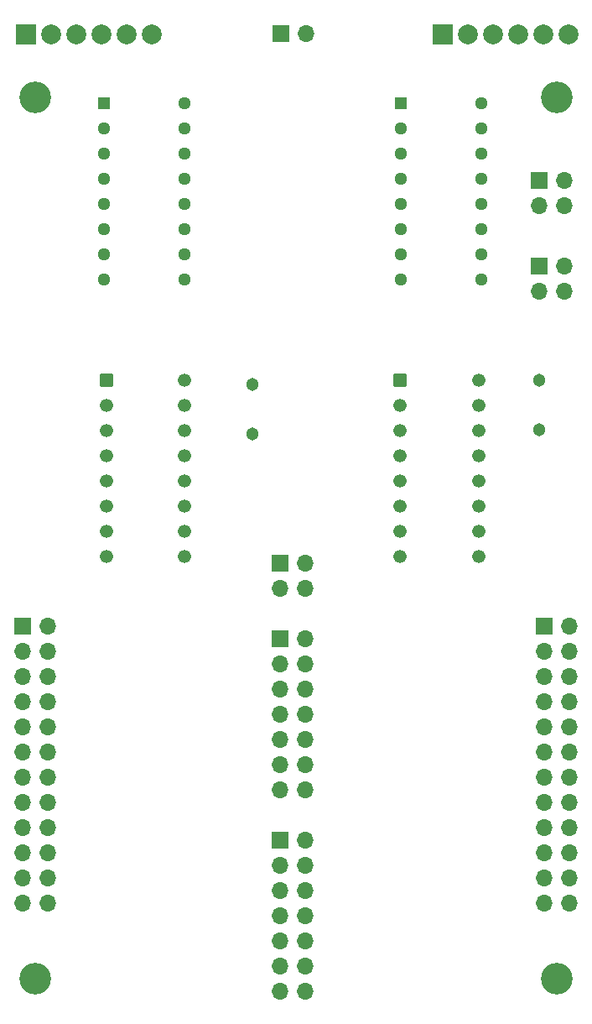
<source format=gbr>
%TF.GenerationSoftware,KiCad,Pcbnew,8.0.6*%
%TF.CreationDate,2024-12-14T14:17:38+01:00*%
%TF.ProjectId,satellite_board_6_keys,73617465-6c6c-4697-9465-5f626f617264,0*%
%TF.SameCoordinates,Original*%
%TF.FileFunction,Soldermask,Bot*%
%TF.FilePolarity,Negative*%
%FSLAX46Y46*%
G04 Gerber Fmt 4.6, Leading zero omitted, Abs format (unit mm)*
G04 Created by KiCad (PCBNEW 8.0.6) date 2024-12-14 14:17:38*
%MOMM*%
%LPD*%
G01*
G04 APERTURE LIST*
G04 Aperture macros list*
%AMRoundRect*
0 Rectangle with rounded corners*
0 $1 Rounding radius*
0 $2 $3 $4 $5 $6 $7 $8 $9 X,Y pos of 4 corners*
0 Add a 4 corners polygon primitive as box body*
4,1,4,$2,$3,$4,$5,$6,$7,$8,$9,$2,$3,0*
0 Add four circle primitives for the rounded corners*
1,1,$1+$1,$2,$3*
1,1,$1+$1,$4,$5*
1,1,$1+$1,$6,$7*
1,1,$1+$1,$8,$9*
0 Add four rect primitives between the rounded corners*
20,1,$1+$1,$2,$3,$4,$5,0*
20,1,$1+$1,$4,$5,$6,$7,0*
20,1,$1+$1,$6,$7,$8,$9,0*
20,1,$1+$1,$8,$9,$2,$3,0*%
G04 Aperture macros list end*
%ADD10R,1.700000X1.700000*%
%ADD11O,1.700000X1.700000*%
%ADD12R,2.000000X2.000000*%
%ADD13C,2.000000*%
%ADD14C,3.200000*%
%ADD15R,1.295400X1.295400*%
%ADD16C,1.295400*%
%ADD17C,1.304000*%
%ADD18RoundRect,0.102000X-0.565000X-0.565000X0.565000X-0.565000X0.565000X0.565000X-0.565000X0.565000X0*%
%ADD19C,1.334000*%
G04 APERTURE END LIST*
D10*
%TO.C,J5*%
X90805000Y-101600000D03*
D11*
X93345000Y-101600000D03*
X90805000Y-104140000D03*
X93345000Y-104140000D03*
X90805000Y-106680000D03*
X93345000Y-106680000D03*
X90805000Y-109220000D03*
X93345000Y-109220000D03*
X90805000Y-111760000D03*
X93345000Y-111760000D03*
X90805000Y-114300000D03*
X93345000Y-114300000D03*
X90805000Y-116840000D03*
X93345000Y-116840000D03*
X90805000Y-119380000D03*
X93345000Y-119380000D03*
X90805000Y-121920000D03*
X93345000Y-121920000D03*
X90805000Y-124460000D03*
X93345000Y-124460000D03*
X90805000Y-127000000D03*
X93345000Y-127000000D03*
X90805000Y-129540000D03*
X93345000Y-129540000D03*
%TD*%
D12*
%TO.C,J2*%
X91150000Y-41915000D03*
D13*
X93690000Y-41915000D03*
X96230000Y-41915000D03*
X98770000Y-41915000D03*
X101310000Y-41915000D03*
X103850000Y-41915000D03*
%TD*%
D10*
%TO.C,JP2*%
X143002000Y-56642000D03*
D11*
X145542000Y-56642000D03*
X143002000Y-59182000D03*
X145542000Y-59182000D03*
%TD*%
D10*
%TO.C,JP4*%
X116840000Y-102870000D03*
D11*
X119380000Y-102870000D03*
X116840000Y-105410000D03*
X119380000Y-105410000D03*
X116840000Y-107950000D03*
X119380000Y-107950000D03*
X116840000Y-110490000D03*
X119380000Y-110490000D03*
X116840000Y-113030000D03*
X119380000Y-113030000D03*
X116840000Y-115570000D03*
X119380000Y-115570000D03*
X116840000Y-118110000D03*
X119380000Y-118110000D03*
%TD*%
D14*
%TO.C,REF\u002A\u002A*%
X144780000Y-48260000D03*
%TD*%
%TO.C,REF\u002A\u002A*%
X92075000Y-137160000D03*
%TD*%
D10*
%TO.C,JP3*%
X116840000Y-95250000D03*
D11*
X119380000Y-95250000D03*
X116840000Y-97790000D03*
X119380000Y-97790000D03*
%TD*%
D10*
%TO.C,JP1*%
X143002000Y-65278000D03*
D11*
X145542000Y-65278000D03*
X143002000Y-67818000D03*
X145542000Y-67818000D03*
%TD*%
D15*
%TO.C,R1*%
X99060000Y-48895000D03*
D16*
X99060000Y-51435000D03*
X99060000Y-53975000D03*
X99060000Y-56515000D03*
X99060000Y-59055000D03*
X99060000Y-61595000D03*
X99060000Y-64135000D03*
X99060000Y-66675000D03*
X107188000Y-66675000D03*
X107188000Y-64135000D03*
X107188000Y-61595000D03*
X107188000Y-59055000D03*
X107188000Y-56515000D03*
X107188000Y-53975000D03*
X107188000Y-51435000D03*
X107188000Y-48895000D03*
%TD*%
D17*
%TO.C,C1*%
X143002000Y-76835000D03*
X143002000Y-81835000D03*
%TD*%
D12*
%TO.C,J3*%
X133195000Y-41910000D03*
D13*
X135735000Y-41910000D03*
X138275000Y-41910000D03*
X140815000Y-41910000D03*
X143355000Y-41910000D03*
X145895000Y-41910000D03*
%TD*%
D15*
%TO.C,R2*%
X129032000Y-48895000D03*
D16*
X129032000Y-51435000D03*
X129032000Y-53975000D03*
X129032000Y-56515000D03*
X129032000Y-59055000D03*
X129032000Y-61595000D03*
X129032000Y-64135000D03*
X129032000Y-66675000D03*
X137160000Y-66675000D03*
X137160000Y-64135000D03*
X137160000Y-61595000D03*
X137160000Y-59055000D03*
X137160000Y-56515000D03*
X137160000Y-53975000D03*
X137160000Y-51435000D03*
X137160000Y-48895000D03*
%TD*%
D14*
%TO.C,REF\u002A\u002A*%
X92075000Y-48260000D03*
%TD*%
D10*
%TO.C,J1*%
X116885000Y-41840000D03*
D11*
X119425000Y-41840000D03*
%TD*%
D17*
%TO.C,C2*%
X114046000Y-77256000D03*
X114046000Y-82256000D03*
%TD*%
D18*
%TO.C,U1*%
X99248000Y-76835000D03*
D19*
X99248000Y-79375000D03*
X99248000Y-81915000D03*
X99248000Y-84455000D03*
X99248000Y-86995000D03*
X99248000Y-89535000D03*
X99248000Y-92075000D03*
X99248000Y-94615000D03*
X107188000Y-94615000D03*
X107188000Y-92075000D03*
X107188000Y-89535000D03*
X107188000Y-86995000D03*
X107188000Y-84455000D03*
X107188000Y-81915000D03*
X107188000Y-79375000D03*
X107188000Y-76835000D03*
%TD*%
D14*
%TO.C,REF\u002A\u002A*%
X144780000Y-137160000D03*
%TD*%
D10*
%TO.C,J4*%
X143510000Y-101600000D03*
D11*
X146050000Y-101600000D03*
X143510000Y-104140000D03*
X146050000Y-104140000D03*
X143510000Y-106680000D03*
X146050000Y-106680000D03*
X143510000Y-109220000D03*
X146050000Y-109220000D03*
X143510000Y-111760000D03*
X146050000Y-111760000D03*
X143510000Y-114300000D03*
X146050000Y-114300000D03*
X143510000Y-116840000D03*
X146050000Y-116840000D03*
X143510000Y-119380000D03*
X146050000Y-119380000D03*
X143510000Y-121920000D03*
X146050000Y-121920000D03*
X143510000Y-124460000D03*
X146050000Y-124460000D03*
X143510000Y-127000000D03*
X146050000Y-127000000D03*
X143510000Y-129540000D03*
X146050000Y-129540000D03*
%TD*%
D10*
%TO.C,JP5*%
X116840000Y-123190000D03*
D11*
X119380000Y-123190000D03*
X116840000Y-125730000D03*
X119380000Y-125730000D03*
X116840000Y-128270000D03*
X119380000Y-128270000D03*
X116840000Y-130810000D03*
X119380000Y-130810000D03*
X116840000Y-133350000D03*
X119380000Y-133350000D03*
X116840000Y-135890000D03*
X119380000Y-135890000D03*
X116840000Y-138430000D03*
X119380000Y-138430000D03*
%TD*%
D18*
%TO.C,U2*%
X128905000Y-76835000D03*
D19*
X128905000Y-79375000D03*
X128905000Y-81915000D03*
X128905000Y-84455000D03*
X128905000Y-86995000D03*
X128905000Y-89535000D03*
X128905000Y-92075000D03*
X128905000Y-94615000D03*
X136845000Y-94615000D03*
X136845000Y-92075000D03*
X136845000Y-89535000D03*
X136845000Y-86995000D03*
X136845000Y-84455000D03*
X136845000Y-81915000D03*
X136845000Y-79375000D03*
X136845000Y-76835000D03*
%TD*%
M02*

</source>
